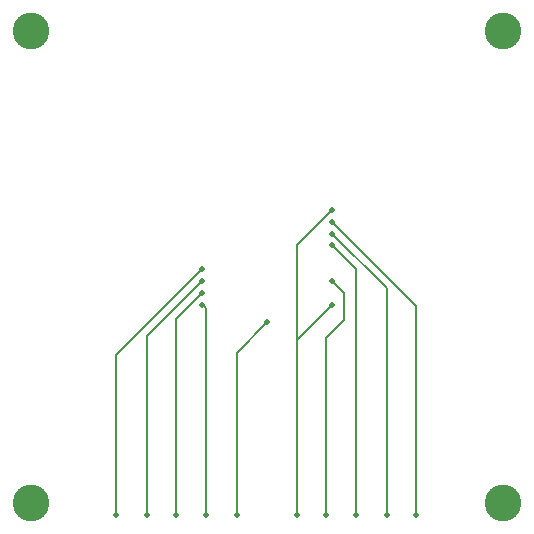
<source format=gbl>
G04 Layer_Physical_Order=2*
G04 Layer_Color=12500520*
%FSLAX25Y25*%
%MOIN*%
G70*
G01*
G75*
%ADD16C,0.00787*%
%ADD17C,0.12205*%
%ADD18C,0.01969*%
D16*
X108268Y74016D02*
Y105512D01*
Y15748D02*
Y74016D01*
X120079Y85827D01*
X88189Y69685D02*
X98425Y79921D01*
X88189Y15748D02*
Y69685D01*
X48031Y15748D02*
Y68898D01*
X76772Y97638D01*
X58268Y15748D02*
Y75197D01*
X76772Y93701D01*
X68110Y15748D02*
Y81102D01*
X76772Y89764D01*
X77953Y15748D02*
Y84646D01*
X76772Y85827D02*
X77953Y84646D01*
X148031Y15748D02*
Y85433D01*
X120079Y113386D02*
X148031Y85433D01*
X138189Y15748D02*
Y91339D01*
X120079Y109449D02*
X138189Y91339D01*
X127953Y15748D02*
Y97638D01*
X120079Y105512D02*
X127953Y97638D01*
X118110Y15748D02*
Y74803D01*
X124016Y80709D01*
Y89764D01*
X120079Y93701D02*
X124016Y89764D01*
X108268Y105512D02*
X120079Y117323D01*
D17*
X19685Y19685D02*
D03*
X177165D02*
D03*
Y177165D02*
D03*
X19685D02*
D03*
D18*
X88189Y15748D02*
D03*
X48031D02*
D03*
X58268D02*
D03*
X68110D02*
D03*
X77953D02*
D03*
X108268D02*
D03*
X118110D02*
D03*
X127953D02*
D03*
X138189D02*
D03*
X148031D02*
D03*
X76772Y97638D02*
D03*
Y93701D02*
D03*
Y89764D02*
D03*
Y85827D02*
D03*
X98425Y79921D02*
D03*
X120079Y113386D02*
D03*
Y109449D02*
D03*
Y105512D02*
D03*
Y93701D02*
D03*
Y85827D02*
D03*
Y117323D02*
D03*
M02*

</source>
